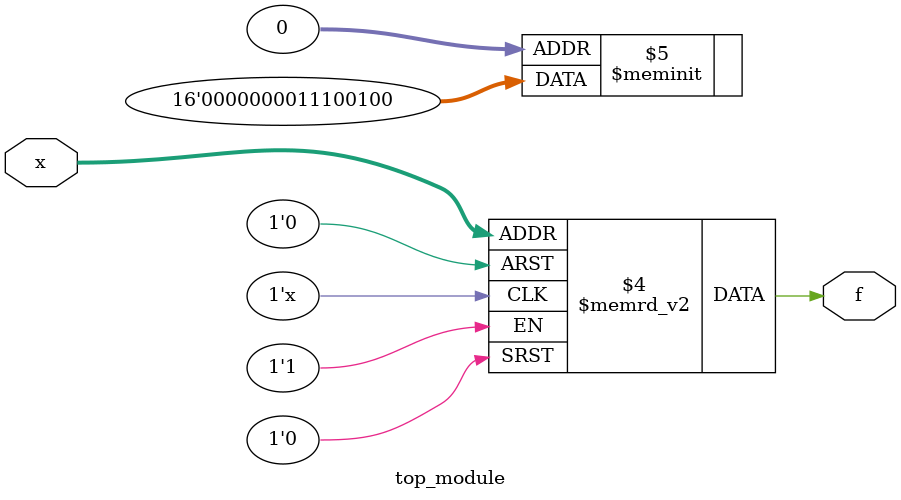
<source format=sv>
module top_module (
   input [4:1] x,
   output logic f
 );

   always_comb
     case (x)
       4'd0: f = 0;
       4'd1: f = 0;
       4'd2: f = 1;
       4'd3: f = 0;
       4'd4: f = 0;
       4'd5: f = 1;
       4'd6: f = 1;
       4'd7: f = 1;
       4'd8: f = 0;
       default: f = 0;
     endcase

endmodule

</source>
